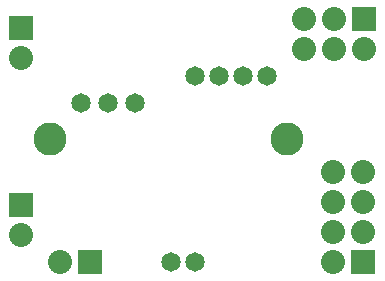
<source format=gbs>
G04 (created by PCBNEW (2011-nov-30)-testing) date Sun 23 Sep 2012 15:15:45 EDT*
%MOIN*%
G04 Gerber Fmt 3.4, Leading zero omitted, Abs format*
%FSLAX34Y34*%
G01*
G70*
G90*
G04 APERTURE LIST*
%ADD10C,0.006*%
%ADD11R,0.08X0.08*%
%ADD12C,0.08*%
%ADD13C,0.11*%
%ADD14C,0.065*%
G04 APERTURE END LIST*
G54D10*
G54D11*
X61709Y-44980D03*
G54D12*
X60709Y-44980D03*
X61709Y-43980D03*
X60709Y-43980D03*
X61709Y-42980D03*
X60709Y-42980D03*
X61709Y-41980D03*
X60709Y-41980D03*
G54D11*
X61717Y-36878D03*
G54D12*
X61717Y-37878D03*
X60717Y-36878D03*
X60717Y-37878D03*
X59717Y-36878D03*
X59717Y-37878D03*
G54D11*
X50300Y-43100D03*
G54D12*
X50300Y-44100D03*
G54D11*
X52600Y-45000D03*
G54D12*
X51600Y-45000D03*
G54D13*
X59150Y-40900D03*
X51276Y-40900D03*
G54D14*
X56100Y-45000D03*
X55300Y-45000D03*
X52300Y-39700D03*
X53200Y-39700D03*
X54100Y-39700D03*
X56100Y-38800D03*
X56900Y-38800D03*
X57700Y-38800D03*
X58500Y-38800D03*
G54D11*
X50300Y-37200D03*
G54D12*
X50300Y-38200D03*
M02*

</source>
